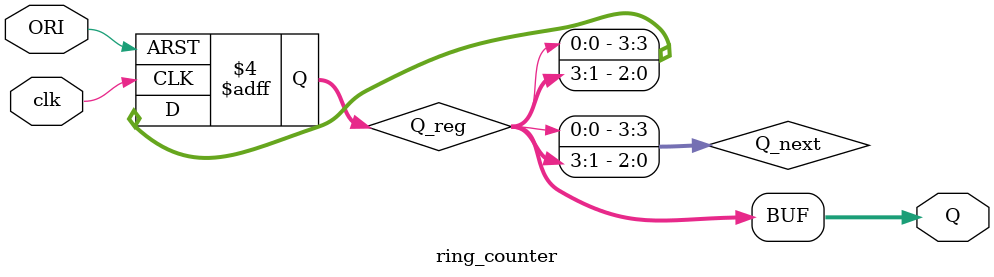
<source format=v>
`timescale 1ns / 1ps


module ring_counter
# (parameter BITS = 4) (
input clk,
input ORI,    //overriding input
output [BITS-1:0] Q
    );
    
reg [BITS-1:0] Q_reg, Q_next;

// seq logic
always @(posedge clk, negedge ORI)
begin
    if(!ORI)
        Q_reg <= 4'b1000;
    else         
        Q_reg <= Q_next;
end

// next state logic
always @(*)
begin
     Q_next[BITS-1] = Q_reg[0];
     Q_next = {Q_next[BITS-1],Q_reg[BITS-1:1]};
   
end

// output logic

assign Q = Q_reg;

    
endmodule

</source>
